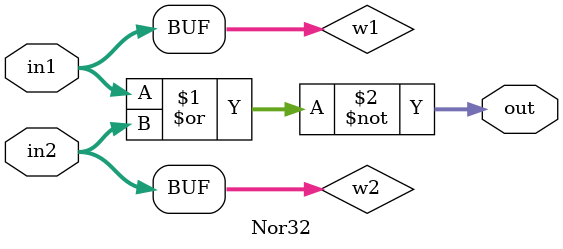
<source format=v>
module Nor32(in1 ,in2 ,out);
  input [31:0] in1,in2;
  
  wire [31:0] w1,w2;
  
  output [31:0]out;
  
  assign w1 = in1;
  assign w2 = in2;
  
  assign out = ~(w1|w2);
  
endmodule


</source>
